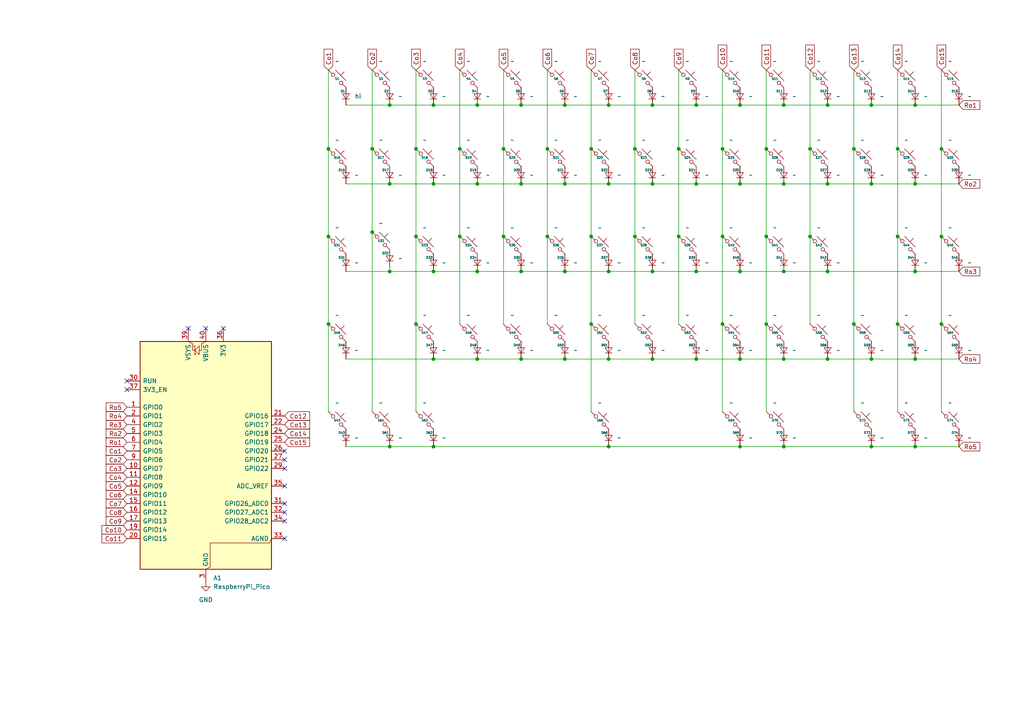
<source format=kicad_sch>
(kicad_sch (version 20250114) (generator "eeschema") (generator_version "9.0")
  (paper "A4")
  (lib_symbols
    (symbol "MCU_Module:RaspberryPi_Pico" (pin_names (offset 0.762))
      (property "Reference" "A" (at -19.05 35.56 0))
      (property "Value" "RaspberryPi_Pico" (at 7.62 35.56 0))
      (symbol "RaspberryPi_Pico_1_1"
        (pin passive line (at -22.86 22.86 0) (length 3.81) (name "RUN") (number "30"))
        (pin passive line (at -22.86 20.32 0) (length 3.81) (name "3V3_EN") (number "37"))
        (pin bidirectional line (at -22.86 15.24 0) (length 3.81) (name "GPIO0") (number "1"))
        (pin bidirectional line (at -22.86 12.7 0) (length 3.81) (name "GPIO1") (number "2"))
        (pin bidirectional line (at -22.86 10.16 0) (length 3.81) (name "GPIO2") (number "4"))
        (pin bidirectional line (at -22.86 7.62 0) (length 3.81) (name "GPIO3") (number "5"))
        (pin bidirectional line (at -22.86 5.08 0) (length 3.81) (name "GPIO4") (number "6"))
        (pin bidirectional line (at -22.86 2.54 0) (length 3.81) (name "GPIO5") (number "7"))
        (pin bidirectional line (at -22.86 0 0) (length 3.81) (name "GPIO6") (number "9"))
        (pin bidirectional line (at -22.86 -2.54 0) (length 3.81) (name "GPIO7") (number "10"))
        (pin bidirectional line (at -22.86 -5.08 0) (length 3.81) (name "GPIO8") (number "11"))
        (pin bidirectional line (at -22.86 -7.62 0) (length 3.81) (name "GPIO9") (number "12"))
        (pin bidirectional line (at -22.86 -10.16 0) (length 3.81) (name "GPIO10") (number "14"))
        (pin bidirectional line (at -22.86 -12.7 0) (length 3.81) (name "GPIO11") (number "15"))
        (pin bidirectional line (at -22.86 -15.24 0) (length 3.81) (name "GPIO12") (number "16"))
        (pin bidirectional line (at -22.86 -17.78 0) (length 3.81) (name "GPIO13") (number "17"))
        (pin bidirectional line (at -22.86 -20.32 0) (length 3.81) (name "GPIO14") (number "19"))
        (pin bidirectional line (at -22.86 -22.86 0) (length 3.81) (name "GPIO15") (number "20"))
        (pin power_in line (at -5.08 38.1 270) (length 3.81) (name "VSYS") (number "39"))
        (pin power_out line (at 0 38.1 270) (length 3.81) (name "VBUS") (number "40"))
        (pin passive line (at 0 -35.56 90) (length 3.81) (hide yes) (name "GND") (number "13"))
        (pin passive line (at 0 -35.56 90) (length 3.81) (hide yes) (name "GND") (number "18"))
        (pin passive line (at 0 -35.56 90) (length 3.81) (hide yes) (name "GND") (number "23"))
        (pin passive line (at 0 -35.56 90) (length 3.81) (hide yes) (name "GND") (number "28"))
        (pin power_out line (at 0 -35.56 90) (length 3.81) (name "GND") (number "3"))
        (pin passive line (at 0 -35.56 90) (length 3.81) (hide yes) (name "GND") (number "38"))
        (pin passive line (at 0 -35.56 90) (length 3.81) (hide yes) (name "GND") (number "8"))
        (pin power_out line (at 5.08 38.1 270) (length 3.81) (name "3V3") (number "36"))
        (pin bidirectional line (at 22.86 12.7 180) (length 3.81) (name "GPIO16") (number "21"))
        (pin bidirectional line (at 22.86 10.16 180) (length 3.81) (name "GPIO17") (number "22"))
        (pin bidirectional line (at 22.86 7.62 180) (length 3.81) (name "GPIO18") (number "24"))
        (pin bidirectional line (at 22.86 5.08 180) (length 3.81) (name "GPIO19") (number "25"))
        (pin bidirectional line (at 22.86 2.54 180) (length 3.81) (name "GPIO20") (number "26"))
        (pin bidirectional line (at 22.86 0 180) (length 3.81) (name "GPIO21") (number "27"))
        (pin bidirectional line (at 22.86 -2.54 180) (length 3.81) (name "GPIO22") (number "29"))
        (pin power_in line (at 22.86 -7.62 180) (length 3.81) (name "ADC_VREF") (number "35"))
        (pin bidirectional line (at 22.86 -12.7 180) (length 3.81) (name "GPIO26_ADC0") (number "31"))
        (pin bidirectional line (at 22.86 -15.24 180) (length 3.81) (name "GPIO27_ADC1") (number "32"))
        (pin bidirectional line (at 22.86 -17.78 180) (length 3.81) (name "GPIO28_ADC2") (number "34"))
        (pin power_out line (at 22.86 -22.86 180) (length 3.81) (name "AGND") (number "33"))
      )
    )
    (symbol "keebs:Placeholder_Diode" (pin_numbers (hide yes)) (pin_names (hide yes))
      (property "Reference" "D" (at -0.15 1.066 0))
      (symbol "Placeholder_Diode_1_1"
        (pin passive line (at 0 2.54 270) (length 1.778) (name "A") (number "2"))
        (pin passive line (at 0 -2.54 90) (length 1.778) (name "K") (number "1"))
      )
    )
    (symbol "keebs:Placeholder_Keyswitch" (pin_numbers (hide yes)) (pin_names (offset 1.016) (hide yes))
      (property "Reference" "S" (at 0 0 0))
      (symbol "Placeholder_Keyswitch_0_1"
        (pin passive line (at -2.54 2.54 0) (length 0) (name "1") (number "1"))
        (pin passive line (at 2.54 -2.54 180) (length 0) (name "2") (number "2"))
      )
    )
    (symbol "power:GND" (power) (pin_numbers (hide yes)) (pin_names (offset 0) (hide yes))
      (property "Value" "GND" (at 0 -3.81 0))
      (symbol "GND_1_1"
        (pin power_in line (at 0 0 270) (length 0) (name "~") (number "1"))
      )
    )
  )
  (junction (at 133.35 43.18))
  (junction (at 209.55 43.18))
  (junction (at 214.63 129.54))
  (junction (at 171.45 43.18))
  (junction (at 240.03 78.74))
  (junction (at 214.63 30.48))
  (junction (at 209.55 93.98))
  (junction (at 227.33 129.54))
  (junction (at 260.35 93.98))
  (junction (at 222.25 68.58))
  (junction (at 95.25 93.98))
  (junction (at 240.03 53.34))
  (junction (at 273.05 43.18))
  (junction (at 247.65 43.18))
  (junction (at 189.23 78.74))
  (junction (at 146.05 43.18))
  (junction (at 222.25 43.18))
  (junction (at 240.03 104.14))
  (junction (at 158.75 68.58))
  (junction (at 113.03 30.48))
  (junction (at 227.33 78.74))
  (junction (at 189.23 104.14))
  (junction (at 209.55 68.58))
  (junction (at 176.53 53.34))
  (junction (at 247.65 93.98))
  (junction (at 138.43 104.14))
  (junction (at 151.13 104.14))
  (junction (at 151.13 53.34))
  (junction (at 260.35 68.58))
  (junction (at 120.65 68.58))
  (junction (at 201.93 30.48))
  (junction (at 176.53 30.48))
  (junction (at 133.35 68.58))
  (junction (at 189.23 53.34))
  (junction (at 176.53 104.14))
  (junction (at 214.63 104.14))
  (junction (at 265.43 78.74))
  (junction (at 95.25 68.58))
  (junction (at 196.85 43.18))
  (junction (at 201.93 78.74))
  (junction (at 146.05 68.58))
  (junction (at 252.73 104.14))
  (junction (at 227.33 53.34))
  (junction (at 113.03 53.34))
  (junction (at 95.25 43.18))
  (junction (at 260.35 43.18))
  (junction (at 163.83 53.34))
  (junction (at 227.33 30.48))
  (junction (at 138.43 53.34))
  (junction (at 184.15 68.58))
  (junction (at 252.73 30.48))
  (junction (at 163.83 104.14))
  (junction (at 273.05 93.98))
  (junction (at 252.73 53.34))
  (junction (at 201.93 53.34))
  (junction (at 214.63 53.34))
  (junction (at 234.95 68.58))
  (junction (at 196.85 68.58))
  (junction (at 265.43 129.54))
  (junction (at 125.73 53.34))
  (junction (at 113.03 129.54))
  (junction (at 265.43 104.14))
  (junction (at 125.73 129.54))
  (junction (at 163.83 78.74))
  (junction (at 151.13 78.74))
  (junction (at 113.03 78.74))
  (junction (at 201.93 104.14))
  (junction (at 120.65 93.98))
  (junction (at 163.83 30.48))
  (junction (at 184.15 43.18))
  (junction (at 158.75 43.18))
  (junction (at 138.43 30.48))
  (junction (at 125.73 104.14))
  (junction (at 138.43 78.74))
  (junction (at 273.05 68.58))
  (junction (at 227.33 104.14))
  (junction (at 265.43 30.48))
  (junction (at 265.43 53.34))
  (junction (at 171.45 68.58))
  (junction (at 240.03 30.48))
  (junction (at 176.53 129.54))
  (junction (at 214.63 78.74))
  (junction (at 176.53 78.74))
  (junction (at 234.95 43.18))
  (junction (at 252.73 129.54))
  (junction (at 120.65 43.18))
  (junction (at 171.45 93.98))
  (junction (at 151.13 30.48))
  (junction (at 189.23 30.48))
  (junction (at 107.95 43.18))
  (junction (at 125.73 78.74))
  (junction (at 125.73 30.48))
  (junction (at 107.95 67.31))
  (junction (at 222.25 93.98))
  (no_connect (at 82.55 130.81))
  (no_connect (at 36.83 110.49))
  (no_connect (at 36.83 113.03))
  (no_connect (at 82.55 135.89))
  (no_connect (at 82.55 148.59))
  (no_connect (at 82.55 133.35))
  (no_connect (at 82.55 156.21))
  (no_connect (at 54.61 95.25))
  (no_connect (at 64.77 95.25))
  (no_connect (at 82.55 151.13))
  (no_connect (at 82.55 140.97))
  (no_connect (at 82.55 146.05))
  (no_connect (at 59.69 95.25))
  (wire (pts (xy 265.43 78.74) (xy 278.13 78.74)))
  (wire (pts (xy 176.53 104.14) (xy 189.23 104.14)))
  (wire (pts (xy 107.95 43.18) (xy 107.95 67.31)))
  (wire (pts (xy 222.25 68.58) (xy 222.25 93.98)))
  (wire (pts (xy 151.13 104.14) (xy 163.83 104.14)))
  (wire (pts (xy 120.65 43.18) (xy 120.65 68.58)))
  (wire (pts (xy 184.15 20.32) (xy 184.15 43.18)))
  (wire (pts (xy 146.05 20.32) (xy 146.05 43.18)))
  (wire (pts (xy 227.33 78.74) (xy 240.03 78.74)))
  (wire (pts (xy 214.63 129.54) (xy 227.33 129.54)))
  (wire (pts (xy 176.53 30.48) (xy 189.23 30.48)))
  (wire (pts (xy 209.55 93.98) (xy 209.55 119.38)))
  (wire (pts (xy 133.35 20.32) (xy 133.35 43.18)))
  (wire (pts (xy 146.05 68.58) (xy 146.05 93.98)))
  (wire (pts (xy 125.73 78.74) (xy 138.43 78.74)))
  (wire (pts (xy 133.35 43.18) (xy 133.35 68.58)))
  (wire (pts (xy 196.85 43.18) (xy 196.85 68.58)))
  (wire (pts (xy 227.33 30.48) (xy 240.03 30.48)))
  (wire (pts (xy 151.13 78.74) (xy 163.83 78.74)))
  (wire (pts (xy 125.73 129.54) (xy 176.53 129.54)))
  (wire (pts (xy 209.55 20.32) (xy 209.55 43.18)))
  (wire (pts (xy 133.35 68.58) (xy 133.35 93.98)))
  (wire (pts (xy 100.33 30.48) (xy 113.03 30.48)))
  (wire (pts (xy 234.95 20.32) (xy 234.95 43.18)))
  (wire (pts (xy 240.03 53.34) (xy 252.73 53.34)))
  (wire (pts (xy 138.43 53.34) (xy 151.13 53.34)))
  (wire (pts (xy 214.63 53.34) (xy 227.33 53.34)))
  (wire (pts (xy 100.33 78.74) (xy 113.03 78.74)))
  (wire (pts (xy 151.13 30.48) (xy 163.83 30.48)))
  (wire (pts (xy 163.83 30.48) (xy 176.53 30.48)))
  (wire (pts (xy 163.83 104.14) (xy 176.53 104.14)))
  (wire (pts (xy 100.33 104.14) (xy 125.73 104.14)))
  (wire (pts (xy 107.95 67.31) (xy 107.95 119.38)))
  (wire (pts (xy 120.65 20.32) (xy 120.65 43.18)))
  (wire (pts (xy 252.73 53.34) (xy 265.43 53.34)))
  (wire (pts (xy 227.33 53.34) (xy 240.03 53.34)))
  (wire (pts (xy 196.85 68.58) (xy 196.85 93.98)))
  (wire (pts (xy 209.55 68.58) (xy 209.55 93.98)))
  (wire (pts (xy 189.23 78.74) (xy 201.93 78.74)))
  (wire (pts (xy 201.93 53.34) (xy 214.63 53.34)))
  (wire (pts (xy 184.15 68.58) (xy 184.15 93.98)))
  (wire (pts (xy 184.15 43.18) (xy 184.15 68.58)))
  (wire (pts (xy 158.75 43.18) (xy 158.75 68.58)))
  (wire (pts (xy 201.93 30.48) (xy 214.63 30.48)))
  (wire (pts (xy 95.25 43.18) (xy 95.25 68.58)))
  (wire (pts (xy 189.23 53.34) (xy 201.93 53.34)))
  (wire (pts (xy 95.25 68.58) (xy 95.25 93.98)))
  (wire (pts (xy 171.45 43.18) (xy 171.45 68.58)))
  (wire (pts (xy 252.73 104.14) (xy 265.43 104.14)))
  (wire (pts (xy 260.35 43.18) (xy 260.35 68.58)))
  (wire (pts (xy 227.33 129.54) (xy 252.73 129.54)))
  (wire (pts (xy 189.23 30.48) (xy 201.93 30.48)))
  (wire (pts (xy 95.25 93.98) (xy 95.25 119.38)))
  (wire (pts (xy 214.63 78.74) (xy 227.33 78.74)))
  (wire (pts (xy 265.43 104.14) (xy 278.13 104.14)))
  (wire (pts (xy 260.35 93.98) (xy 260.35 119.38)))
  (wire (pts (xy 125.73 30.48) (xy 138.43 30.48)))
  (wire (pts (xy 100.33 53.34) (xy 113.03 53.34)))
  (wire (pts (xy 201.93 78.74) (xy 214.63 78.74)))
  (wire (pts (xy 240.03 104.14) (xy 252.73 104.14)))
  (wire (pts (xy 265.43 30.48) (xy 278.13 30.48)))
  (wire (pts (xy 113.03 53.34) (xy 125.73 53.34)))
  (wire (pts (xy 107.95 20.32) (xy 107.95 43.18)))
  (wire (pts (xy 120.65 68.58) (xy 120.65 93.98)))
  (wire (pts (xy 222.25 20.32) (xy 222.25 43.18)))
  (wire (pts (xy 163.83 53.34) (xy 176.53 53.34)))
  (wire (pts (xy 113.03 77.47) (xy 113.03 78.74)))
  (wire (pts (xy 260.35 68.58) (xy 260.35 93.98)))
  (wire (pts (xy 252.73 30.48) (xy 265.43 30.48)))
  (wire (pts (xy 260.35 20.32) (xy 260.35 43.18)))
  (wire (pts (xy 214.63 104.14) (xy 227.33 104.14)))
  (wire (pts (xy 209.55 43.18) (xy 209.55 68.58)))
  (wire (pts (xy 113.03 30.48) (xy 125.73 30.48)))
  (wire (pts (xy 125.73 53.34) (xy 138.43 53.34)))
  (wire (pts (xy 171.45 93.98) (xy 171.45 119.38)))
  (wire (pts (xy 247.65 20.32) (xy 247.65 43.18)))
  (wire (pts (xy 222.25 93.98) (xy 222.25 119.38)))
  (wire (pts (xy 273.05 20.32) (xy 273.05 43.18)))
  (wire (pts (xy 240.03 78.74) (xy 265.43 78.74)))
  (wire (pts (xy 265.43 53.34) (xy 278.13 53.34)))
  (wire (pts (xy 171.45 68.58) (xy 171.45 93.98)))
  (wire (pts (xy 273.05 93.98) (xy 273.05 119.38)))
  (wire (pts (xy 138.43 78.74) (xy 151.13 78.74)))
  (wire (pts (xy 176.53 53.34) (xy 189.23 53.34)))
  (wire (pts (xy 247.65 43.18) (xy 247.65 93.98)))
  (wire (pts (xy 234.95 68.58) (xy 234.95 93.98)))
  (wire (pts (xy 176.53 129.54) (xy 214.63 129.54)))
  (wire (pts (xy 151.13 53.34) (xy 163.83 53.34)))
  (wire (pts (xy 125.73 104.14) (xy 138.43 104.14)))
  (wire (pts (xy 273.05 68.58) (xy 273.05 93.98)))
  (wire (pts (xy 201.93 104.14) (xy 214.63 104.14)))
  (wire (pts (xy 138.43 30.48) (xy 151.13 30.48)))
  (wire (pts (xy 113.03 78.74) (xy 125.73 78.74)))
  (wire (pts (xy 214.63 30.48) (xy 227.33 30.48)))
  (wire (pts (xy 158.75 68.58) (xy 158.75 93.98)))
  (wire (pts (xy 95.25 20.32) (xy 95.25 43.18)))
  (wire (pts (xy 273.05 43.18) (xy 273.05 68.58)))
  (wire (pts (xy 163.83 78.74) (xy 176.53 78.74)))
  (wire (pts (xy 234.95 43.18) (xy 234.95 68.58)))
  (wire (pts (xy 113.03 129.54) (xy 125.73 129.54)))
  (wire (pts (xy 171.45 20.32) (xy 171.45 43.18)))
  (wire (pts (xy 138.43 104.14) (xy 151.13 104.14)))
  (wire (pts (xy 252.73 129.54) (xy 265.43 129.54)))
  (wire (pts (xy 189.23 104.14) (xy 201.93 104.14)))
  (wire (pts (xy 265.43 129.54) (xy 278.13 129.54)))
  (wire (pts (xy 227.33 104.14) (xy 240.03 104.14)))
  (wire (pts (xy 247.65 93.98) (xy 247.65 119.38)))
  (wire (pts (xy 120.65 93.98) (xy 120.65 119.38)))
  (wire (pts (xy 158.75 20.32) (xy 158.75 43.18)))
  (wire (pts (xy 100.33 129.54) (xy 113.03 129.54)))
  (wire (pts (xy 222.25 43.18) (xy 222.25 68.58)))
  (wire (pts (xy 146.05 43.18) (xy 146.05 68.58)))
  (wire (pts (xy 240.03 30.48) (xy 252.73 30.48)))
  (wire (pts (xy 196.85 20.32) (xy 196.85 43.18)))
  (wire (pts (xy 176.53 78.74) (xy 189.23 78.74)))
  (global_label "Ro3" (shape input) (at 36.83 123.19 180) (property "Intersheetrefs" "${INTERSHEET_REFS}" (effects (hide yes))))
  (global_label "Co3" (shape input) (at 120.65 20.32 90) (property "Intersheetrefs" "${INTERSHEET_REFS}" (effects (hide yes))))
  (global_label "Co13" (shape input) (at 82.55 123.19 0) (property "Intersheetrefs" "${INTERSHEET_REFS}" (effects (hide yes))))
  (global_label "Ro4" (shape input) (at 36.83 120.65 180) (property "Intersheetrefs" "${INTERSHEET_REFS}" (effects (hide yes))))
  (global_label "Co3" (shape input) (at 36.83 135.89 180) (property "Intersheetrefs" "${INTERSHEET_REFS}" (effects (hide yes))))
  (global_label "Co8" (shape input) (at 184.15 20.32 90) (property "Intersheetrefs" "${INTERSHEET_REFS}" (effects (hide yes))))
  (global_label "Co1" (shape input) (at 36.83 130.81 180) (property "Intersheetrefs" "${INTERSHEET_REFS}" (effects (hide yes))))
  (global_label "Ro2" (shape input) (at 36.83 125.73 180) (property "Intersheetrefs" "${INTERSHEET_REFS}" (effects (hide yes))))
  (global_label "Co5" (shape input) (at 36.83 140.97 180) (property "Intersheetrefs" "${INTERSHEET_REFS}" (effects (hide yes))))
  (global_label "Co4" (shape input) (at 36.83 138.43 180) (property "Intersheetrefs" "${INTERSHEET_REFS}" (effects (hide yes))))
  (global_label "Co13" (shape input) (at 247.65 20.32 90) (property "Intersheetrefs" "${INTERSHEET_REFS}" (effects (hide yes))))
  (global_label "Co9" (shape input) (at 36.83 151.13 180) (property "Intersheetrefs" "${INTERSHEET_REFS}" (effects (hide yes))))
  (global_label "Co1" (shape input) (at 95.25 20.32 90) (property "Intersheetrefs" "${INTERSHEET_REFS}" (effects (hide yes))))
  (global_label "Ro5" (shape input) (at 36.83 118.11 180) (property "Intersheetrefs" "${INTERSHEET_REFS}" (effects (hide yes))))
  (global_label "Co11" (shape input) (at 36.83 156.21 180) (property "Intersheetrefs" "${INTERSHEET_REFS}" (effects (hide yes))))
  (global_label "Co10" (shape input) (at 209.55 20.32 90) (property "Intersheetrefs" "${INTERSHEET_REFS}" (effects (hide yes))))
  (global_label "Co5" (shape input) (at 146.05 20.32 90) (property "Intersheetrefs" "${INTERSHEET_REFS}" (effects (hide yes))))
  (global_label "Ro5" (shape input) (at 278.13 129.54 0) (property "Intersheetrefs" "${INTERSHEET_REFS}" (effects (hide yes))))
  (global_label "Co7" (shape input) (at 36.83 146.05 180) (property "Intersheetrefs" "${INTERSHEET_REFS}" (effects (hide yes))))
  (global_label "Co14" (shape input) (at 82.55 125.73 0) (property "Intersheetrefs" "${INTERSHEET_REFS}" (effects (hide yes))))
  (global_label "Co7" (shape input) (at 171.45 20.32 90) (property "Intersheetrefs" "${INTERSHEET_REFS}" (effects (hide yes))))
  (global_label "Ro4" (shape input) (at 278.13 104.14 0) (property "Intersheetrefs" "${INTERSHEET_REFS}" (effects (hide yes))))
  (global_label "Co2" (shape input) (at 107.95 20.32 90) (property "Intersheetrefs" "${INTERSHEET_REFS}" (effects (hide yes))))
  (global_label "Co11" (shape input) (at 222.25 20.32 90) (property "Intersheetrefs" "${INTERSHEET_REFS}" (effects (hide yes))))
  (global_label "Co2" (shape input) (at 36.83 133.35 180) (property "Intersheetrefs" "${INTERSHEET_REFS}" (effects (hide yes))))
  (global_label "Ro2" (shape input) (at 278.13 53.34 0) (property "Intersheetrefs" "${INTERSHEET_REFS}" (effects (hide yes))))
  (global_label "Co9" (shape input) (at 196.85 20.32 90) (property "Intersheetrefs" "${INTERSHEET_REFS}" (effects (hide yes))))
  (global_label "Ro1" (shape input) (at 36.83 128.27 180) (property "Intersheetrefs" "${INTERSHEET_REFS}" (effects (hide yes))))
  (global_label "Co6" (shape input) (at 158.75 20.32 90) (property "Intersheetrefs" "${INTERSHEET_REFS}" (effects (hide yes))))
  (global_label "Co15" (shape input) (at 273.05 20.32 90) (property "Intersheetrefs" "${INTERSHEET_REFS}" (effects (hide yes))))
  (global_label "Co6" (shape input) (at 36.83 143.51 180) (property "Intersheetrefs" "${INTERSHEET_REFS}" (effects (hide yes))))
  (global_label "Co15" (shape input) (at 82.55 128.27 0) (property "Intersheetrefs" "${INTERSHEET_REFS}" (effects (hide yes))))
  (global_label "Co4" (shape input) (at 133.35 20.32 90) (property "Intersheetrefs" "${INTERSHEET_REFS}" (effects (hide yes))))
  (global_label "Co14" (shape input) (at 260.35 20.32 90) (property "Intersheetrefs" "${INTERSHEET_REFS}" (effects (hide yes))))
  (global_label "Ro1" (shape input) (at 278.13 30.48 0) (property "Intersheetrefs" "${INTERSHEET_REFS}" (effects (hide yes))))
  (global_label "Co12" (shape input) (at 82.55 120.65 0) (property "Intersheetrefs" "${INTERSHEET_REFS}" (effects (hide yes))))
  (global_label "Ro3" (shape input) (at 278.13 78.74 0) (property "Intersheetrefs" "${INTERSHEET_REFS}" (effects (hide yes))))
  (global_label "Co10" (shape input) (at 36.83 153.67 180) (property "Intersheetrefs" "${INTERSHEET_REFS}" (effects (hide yes))))
  (global_label "Co12" (shape input) (at 234.95 20.32 90) (property "Intersheetrefs" "${INTERSHEET_REFS}" (effects (hide yes))))
  (global_label "Co8" (shape input) (at 36.83 148.59 180) (property "Intersheetrefs" "${INTERSHEET_REFS}" (effects (hide yes))))
  (symbol (lib_id "keebs:Placeholder_Keyswitch") (at 275.59 121.92 0) (unit 1)
    (property "Reference" "S74" (at 275.59 121.92 0) (effects (font (size 0.635 0.635) (thickness 0.127) (bold yes))))
    (property "Value" "~" (at 275.59 116.84 0))
    (property "Footprint" "ScottoKeebs_MX:MX_PCB_1.00u" (effects (hide yes)))
  )
  (symbol (lib_id "keebs:Placeholder_Keyswitch") (at 97.79 71.12 0) (unit 1)
    (property "Reference" "S31" (at 97.79 71.12 0) (effects (font (size 0.635 0.635) (thickness 0.127) (bold yes))))
    (property "Value" "~" (at 97.79 66.04 0))
    (property "Footprint" "ScottoKeebs_MX:MX_PCB_1.00u" (effects (hide yes)))
  )
  (symbol (lib_id "keebs:Placeholder_Keyswitch") (at 250.19 45.72 0) (unit 1)
    (property "Reference" "S28" (at 250.19 45.72 0) (effects (font (size 0.635 0.635) (thickness 0.127) (bold yes))))
    (property "Value" "~" (at 250.19 40.64 0))
    (property "Footprint" "ScottoKeebs_MX:MX_PCB_1.00u" (effects (hide yes)))
  )
  (symbol (lib_id "keebs:Placeholder_Keyswitch") (at 199.39 22.86 0) (unit 1)
    (property "Reference" "S9" (at 199.39 22.86 0) (effects (font (size 0.635 0.635) (thickness 0.127) (bold yes))))
    (property "Value" "~" (at 199.39 17.78 0))
    (property "Footprint" "ScottoKeebs_MX:MX_PCB_1.00u" (effects (hide yes)))
  )
  (symbol (lib_id "keebs:Placeholder_Diode") (at 265.43 101.6 0) (unit 1)
    (property "Reference" "D59" (at 265.28 100.534 0) (effects (font (size 0.635 0.635) (thickness 0.127) (bold yes)) (justify right bottom)))
    (property "Value" "~" (at 267.97 101.5999 0) (effects (justify left)))
    (property "Footprint" "ScottoKeebs_Components:Diode_DO-35" (effects (hide yes)))
  )
  (symbol (lib_id "keebs:Placeholder_Keyswitch") (at 250.19 121.92 0) (unit 1)
    (property "Reference" "S72" (at 250.19 121.92 0) (effects (font (size 0.635 0.635) (thickness 0.127) (bold yes))))
    (property "Value" "~" (at 250.19 116.84 0))
    (property "Footprint" "ScottoKeebs_MX:MX_PCB_1.00u" (effects (hide yes)))
  )
  (symbol (lib_id "keebs:Placeholder_Keyswitch") (at 237.49 71.12 0) (unit 1)
    (property "Reference" "S42" (at 237.49 71.12 0) (effects (font (size 0.635 0.635) (thickness 0.127) (bold yes))))
    (property "Value" "~" (at 237.49 66.04 0))
    (property "Footprint" "ScottoKeebs_MX:MX_PCB_1.00u" (effects (hide yes)))
  )
  (symbol (lib_id "keebs:Placeholder_Diode") (at 138.43 101.6 0) (unit 1)
    (property "Reference" "D48" (at 138.28 100.534 0) (effects (font (size 0.635 0.635) (thickness 0.127) (bold yes)) (justify right bottom)))
    (property "Value" "~" (at 140.97 101.5999 0) (effects (justify left)))
    (property "Footprint" "ScottoKeebs_Components:Diode_DO-35" (effects (hide yes)))
  )
  (symbol (lib_id "keebs:Placeholder_Keyswitch") (at 186.69 45.72 0) (unit 1)
    (property "Reference" "S23" (at 186.69 45.72 0) (effects (font (size 0.635 0.635) (thickness 0.127) (bold yes))))
    (property "Value" "~" (at 186.69 40.64 0))
    (property "Footprint" "ScottoKeebs_MX:MX_PCB_1.00u" (effects (hide yes)))
  )
  (symbol (lib_id "keebs:Placeholder_Keyswitch") (at 110.49 121.92 0) (unit 1)
    (property "Reference" "S61" (at 110.49 121.92 0) (effects (font (size 0.635 0.635) (thickness 0.127) (bold yes))))
    (property "Value" "~" (at 110.49 116.84 0))
    (property "Footprint" "ScottoKeebs_MX:MX_PCB_1.00u" (effects (hide yes)))
  )
  (symbol (lib_id "keebs:Placeholder_Keyswitch") (at 250.19 96.52 0) (unit 1)
    (property "Reference" "S58" (at 250.19 96.52 0) (effects (font (size 0.635 0.635) (thickness 0.127) (bold yes))))
    (property "Value" "~" (at 250.19 91.44 0))
    (property "Footprint" "ScottoKeebs_MX:MX_PCB_1.00u" (effects (hide yes)))
  )
  (symbol (lib_id "keebs:Placeholder_Diode") (at 151.13 76.2 0) (unit 1)
    (property "Reference" "D35" (at 150.98 75.134 0) (effects (font (size 0.635 0.635) (thickness 0.127) (bold yes)) (justify right bottom)))
    (property "Value" "~" (at 153.67 76.1999 0) (effects (justify left)))
    (property "Footprint" "ScottoKeebs_Components:Diode_DO-35" (effects (hide yes)))
  )
  (symbol (lib_id "keebs:Placeholder_Keyswitch") (at 224.79 121.92 0) (unit 1)
    (property "Reference" "S70" (at 224.79 121.92 0) (effects (font (size 0.635 0.635) (thickness 0.127) (bold yes))))
    (property "Value" "~" (at 224.79 116.84 0))
    (property "Footprint" "ScottoKeebs_MX:MX_PCB_1.00u" (effects (hide yes)))
  )
  (symbol (lib_id "keebs:Placeholder_Diode") (at 100.33 127 0) (unit 1)
    (property "Reference" "D43" (at 100.18 125.934 0) (effects (font (size 0.635 0.635) (thickness 0.127) (bold yes)) (justify right bottom)))
    (property "Value" "~" (at 102.87 126.9999 0) (effects (justify left)))
    (property "Footprint" "ScottoKeebs_Components:Diode_DO-35" (effects (hide yes)))
  )
  (symbol (lib_id "keebs:Placeholder_Diode") (at 252.73 50.8 0) (unit 1)
    (property "Reference" "D28" (at 252.58 49.734 0) (effects (font (size 0.635 0.635) (thickness 0.127) (bold yes)) (justify right bottom)))
    (property "Value" "~" (at 255.27 50.7999 0) (effects (justify left)))
    (property "Footprint" "ScottoKeebs_Components:Diode_DO-35" (effects (hide yes)))
  )
  (symbol (lib_id "keebs:Placeholder_Keyswitch") (at 275.59 96.52 0) (unit 1)
    (property "Reference" "S60" (at 275.59 96.52 0) (effects (font (size 0.635 0.635) (thickness 0.127) (bold yes))))
    (property "Value" "~" (at 275.59 91.44 0))
    (property "Footprint" "ScottoKeebs_MX:MX_PCB_1.00u" (effects (hide yes)))
  )
  (symbol (lib_id "keebs:Placeholder_Keyswitch") (at 97.79 22.86 0) (unit 1)
    (property "Reference" "S1" (at 97.79 22.86 0) (effects (font (size 0.635 0.635) (thickness 0.127) (bold yes))))
    (property "Value" "~" (at 97.79 17.78 0))
    (property "Footprint" "ScottoKeebs_MX:MX_PCB_1.00u" (effects (hide yes)))
  )
  (symbol (lib_id "keebs:Placeholder_Keyswitch") (at 237.49 96.52 0) (unit 1)
    (property "Reference" "S56" (at 237.49 96.52 0) (effects (font (size 0.635 0.635) (thickness 0.127) (bold yes))))
    (property "Value" "~" (at 237.49 91.44 0))
    (property "Footprint" "ScottoKeebs_MX:MX_PCB_1.00u" (effects (hide yes)))
  )
  (symbol (lib_id "keebs:Placeholder_Diode") (at 138.43 50.8 0) (unit 1)
    (property "Reference" "D19" (at 138.28 49.734 0) (effects (font (size 0.635 0.635) (thickness 0.127) (bold yes)) (justify right bottom)))
    (property "Value" "~" (at 140.97 50.7999 0) (effects (justify left)))
    (property "Footprint" "ScottoKeebs_Components:Diode_DO-35" (effects (hide yes)))
  )
  (symbol (lib_id "keebs:Placeholder_Keyswitch") (at 199.39 96.52 0) (unit 1)
    (property "Reference" "S53" (at 199.39 96.52 0) (effects (font (size 0.635 0.635) (thickness 0.127) (bold yes))))
    (property "Value" "~" (at 199.39 91.44 0))
    (property "Footprint" "ScottoKeebs_MX:MX_PCB_1.00u" (effects (hide yes)))
  )
  (symbol (lib_id "keebs:Placeholder_Diode") (at 240.03 101.6 0) (unit 1)
    (property "Reference" "D56" (at 239.88 100.534 0) (effects (font (size 0.635 0.635) (thickness 0.127) (bold yes)) (justify right bottom)))
    (property "Value" "~" (at 242.57 101.5999 0) (effects (justify left)))
    (property "Footprint" "ScottoKeebs_Components:Diode_DO-35" (effects (hide yes)))
  )
  (symbol (lib_id "keebs:Placeholder_Diode") (at 163.83 76.2 0) (unit 1)
    (property "Reference" "D36" (at 163.68 75.134 0) (effects (font (size 0.635 0.635) (thickness 0.127) (bold yes)) (justify right bottom)))
    (property "Value" "~" (at 166.37 76.1999 0) (effects (justify left)))
    (property "Footprint" "ScottoKeebs_Components:Diode_DO-35" (effects (hide yes)))
  )
  (symbol (lib_id "keebs:Placeholder_Diode") (at 176.53 127 0) (unit 1)
    (property "Reference" "D66" (at 176.38 125.934 0) (effects (font (size 0.635 0.635) (thickness 0.127) (bold yes)) (justify right bottom)))
    (property "Value" "~" (at 179.07 126.9999 0) (effects (justify left)))
    (property "Footprint" "ScottoKeebs_Components:Diode_DO-35" (effects (hide yes)))
  )
  (symbol (lib_id "keebs:Placeholder_Diode") (at 252.73 101.6 0) (unit 1)
    (property "Reference" "D58" (at 252.58 100.534 0) (effects (font (size 0.635 0.635) (thickness 0.127) (bold yes)) (justify right bottom)))
    (property "Value" "~" (at 255.27 101.5999 0) (effects (justify left)))
    (property "Footprint" "ScottoKeebs_Components:Diode_DO-35" (effects (hide yes)))
  )
  (symbol (lib_id "keebs:Placeholder_Diode") (at 113.03 127 0) (unit 1)
    (property "Reference" "D61" (at 112.88 125.934 0) (effects (font (size 0.635 0.635) (thickness 0.127) (bold yes)) (justify right bottom)))
    (property "Value" "~" (at 115.57 126.9999 0) (effects (justify left)))
    (property "Footprint" "ScottoKeebs_Components:Diode_DO-35" (effects (hide yes)))
  )
  (symbol (lib_id "keebs:Placeholder_Diode") (at 265.43 27.94 0) (unit 1)
    (property "Reference" "D14" (at 265.28 26.874 0) (effects (font (size 0.635 0.635) (thickness 0.127) (bold yes)) (justify right bottom)))
    (property "Value" "~" (at 267.97 27.9399 0) (effects (justify left)))
    (property "Footprint" "ScottoKeebs_Components:Diode_DO-35" (effects (hide yes)))
  )
  (symbol (lib_id "keebs:Placeholder_Diode") (at 163.83 27.94 0) (unit 1)
    (property "Reference" "D6" (at 163.68 26.874 0) (effects (font (size 0.635 0.635) (thickness 0.127) (bold yes)) (justify right bottom)))
    (property "Value" "~" (at 166.37 27.9399 0) (effects (justify left)))
    (property "Footprint" "ScottoKeebs_Components:Diode_DO-35" (effects (hide yes)))
  )
  (symbol (lib_id "keebs:Placeholder_Keyswitch") (at 161.29 22.86 0) (unit 1)
    (property "Reference" "S6" (at 161.29 22.86 0) (effects (font (size 0.635 0.635) (thickness 0.127) (bold yes))))
    (property "Value" "~" (at 161.29 17.78 0))
    (property "Footprint" "ScottoKeebs_MX:MX_PCB_1.00u" (effects (hide yes)))
  )
  (symbol (lib_id "keebs:Placeholder_Keyswitch") (at 97.79 96.52 0) (unit 1)
    (property "Reference" "S46" (at 97.79 96.52 0) (effects (font (size 0.635 0.635) (thickness 0.127) (bold yes))))
    (property "Value" "~" (at 97.79 91.44 0))
    (property "Footprint" "ScottoKeebs_MX:MX_PCB_1.00u" (effects (hide yes)))
  )
  (symbol (lib_id "keebs:Placeholder_Diode") (at 113.03 27.94 0) (unit 1)
    (property "Reference" "D2" (at 112.88 26.874 0) (effects (font (size 0.635 0.635) (thickness 0.127) (bold yes)) (justify right bottom)))
    (property "Value" "~" (at 115.57 27.9399 0) (effects (justify left)))
    (property "Footprint" "ScottoKeebs_Components:Diode_DO-35" (effects (hide yes)))
  )
  (symbol (lib_id "keebs:Placeholder_Diode") (at 278.13 101.6 0) (unit 1)
    (property "Reference" "D60" (at 277.98 100.534 0) (effects (font (size 0.635 0.635) (thickness 0.127) (bold yes)) (justify right bottom)))
    (property "Value" "~" (at 280.67 101.5999 0) (effects (justify left)))
    (property "Footprint" "ScottoKeebs_Components:Diode_DO-35" (effects (hide yes)))
  )
  (symbol (lib_id "keebs:Placeholder_Diode") (at 227.33 101.6 0) (unit 1)
    (property "Reference" "D55" (at 227.18 100.534 0) (effects (font (size 0.635 0.635) (thickness 0.127) (bold yes)) (justify right bottom)))
    (property "Value" "~" (at 229.87 101.5999 0) (effects (justify left)))
    (property "Footprint" "ScottoKeebs_Components:Diode_DO-35" (effects (hide yes)))
  )
  (symbol (lib_id "keebs:Placeholder_Diode") (at 214.63 127 0) (unit 1)
    (property "Reference" "D69" (at 214.48 125.934 0) (effects (font (size 0.635 0.635) (thickness 0.127) (bold yes)) (justify right bottom)))
    (property "Value" "~" (at 217.17 126.9999 0) (effects (justify left)))
    (property "Footprint" "ScottoKeebs_Components:Diode_DO-35" (effects (hide yes)))
  )
  (symbol (lib_id "keebs:Placeholder_Keyswitch") (at 186.69 96.52 0) (unit 1)
    (property "Reference" "S52" (at 186.69 96.52 0) (effects (font (size 0.635 0.635) (thickness 0.127) (bold yes))))
    (property "Value" "~" (at 186.69 91.44 0))
    (property "Footprint" "ScottoKeebs_MX:MX_PCB_1.00u" (effects (hide yes)))
  )
  (symbol (lib_id "keebs:Placeholder_Diode") (at 240.03 76.2 0) (unit 1)
    (property "Reference" "D42" (at 239.88 75.134 0) (effects (font (size 0.635 0.635) (thickness 0.127) (bold yes)) (justify right bottom)))
    (property "Value" "~" (at 242.57 76.1999 0) (effects (justify left)))
    (property "Footprint" "ScottoKeebs_Components:Diode_DO-35" (effects (hide yes)))
  )
  (symbol (lib_id "keebs:Placeholder_Diode") (at 113.03 74.93 0) (unit 1)
    (property "Reference" "D32" (at 112.88 73.864 0) (effects (font (size 0.635 0.635) (thickness 0.127) (bold yes)) (justify right bottom)))
    (property "Value" "~" (at 115.57 74.9299 0) (effects (justify left)))
    (property "Footprint" "ScottoKeebs_Components:Diode_DO-35" (effects (hide yes)))
  )
  (symbol (lib_id "keebs:Placeholder_Keyswitch") (at 262.89 96.52 0) (unit 1)
    (property "Reference" "S59" (at 262.89 96.52 0) (effects (font (size 0.635 0.635) (thickness 0.127) (bold yes))))
    (property "Value" "~" (at 262.89 91.44 0))
    (property "Footprint" "ScottoKeebs_MX:MX_PCB_1.00u" (effects (hide yes)))
  )
  (symbol (lib_id "keebs:Placeholder_Diode") (at 201.93 27.94 0) (unit 1)
    (property "Reference" "D9" (at 201.78 26.874 0) (effects (font (size 0.635 0.635) (thickness 0.127) (bold yes)) (justify right bottom)))
    (property "Value" "~" (at 204.47 27.9399 0) (effects (justify left)))
    (property "Footprint" "ScottoKeebs_Components:Diode_DO-35" (effects (hide yes)))
  )
  (symbol (lib_id "keebs:Placeholder_Diode") (at 176.53 101.6 0) (unit 1)
    (property "Reference" "D51" (at 176.38 100.534 0) (effects (font (size 0.635 0.635) (thickness 0.127) (bold yes)) (justify right bottom)))
    (property "Value" "~" (at 179.07 101.5999 0) (effects (justify left)))
    (property "Footprint" "ScottoKeebs_Components:Diode_DO-35" (effects (hide yes)))
  )
  (symbol (lib_id "keebs:Placeholder_Keyswitch") (at 250.19 22.86 0) (unit 1)
    (property "Reference" "S13" (at 250.19 22.86 0) (effects (font (size 0.635 0.635) (thickness 0.127) (bold yes))))
    (property "Value" "~" (at 250.19 17.78 0))
    (property "Footprint" "ScottoKeebs_MX:MX_PCB_1.00u" (effects (hide yes)))
  )
  (symbol (lib_id "keebs:Placeholder_Keyswitch") (at 212.09 45.72 0) (unit 1)
    (property "Reference" "S25" (at 212.09 45.72 0) (effects (font (size 0.635 0.635) (thickness 0.127) (bold yes))))
    (property "Value" "~" (at 212.09 40.64 0))
    (property "Footprint" "ScottoKeebs_MX:MX_PCB_1.00u" (effects (hide yes)))
  )
  (symbol (lib_id "keebs:Placeholder_Keyswitch") (at 135.89 22.86 0) (unit 1)
    (property "Reference" "S4" (at 135.89 22.86 0) (effects (font (size 0.635 0.635) (thickness 0.127) (bold yes))))
    (property "Value" "~" (at 135.89 17.78 0))
    (property "Footprint" "ScottoKeebs_MX:MX_PCB_1.00u" (effects (hide yes)))
  )
  (symbol (lib_id "keebs:Placeholder_Keyswitch") (at 148.59 22.86 0) (unit 1)
    (property "Reference" "S5" (at 148.59 22.86 0) (effects (font (size 0.635 0.635) (thickness 0.127) (bold yes))))
    (property "Value" "~" (at 148.59 17.78 0))
    (property "Footprint" "ScottoKeebs_MX:MX_PCB_1.00u" (effects (hide yes)))
  )
  (symbol (lib_id "keebs:Placeholder_Diode") (at 138.43 76.2 0) (unit 1)
    (property "Reference" "D34" (at 138.28 75.134 0) (effects (font (size 0.635 0.635) (thickness 0.127) (bold yes)) (justify right bottom)))
    (property "Value" "~" (at 140.97 76.1999 0) (effects (justify left)))
    (property "Footprint" "ScottoKeebs_Components:Diode_DO-35" (effects (hide yes)))
  )
  (symbol (lib_id "keebs:Placeholder_Diode") (at 151.13 101.6 0) (unit 1)
    (property "Reference" "D49" (at 150.98 100.534 0) (effects (font (size 0.635 0.635) (thickness 0.127) (bold yes)) (justify right bottom)))
    (property "Value" "~" (at 153.67 101.5999 0) (effects (justify left)))
    (property "Footprint" "ScottoKeebs_Components:Diode_DO-35" (effects (hide yes)))
  )
  (symbol (lib_id "keebs:Placeholder_Diode") (at 138.43 27.94 0) (unit 1)
    (property "Reference" "D4" (at 138.28 26.874 0) (effects (font (size 0.635 0.635) (thickness 0.127) (bold yes)) (justify right bottom)))
    (property "Value" "~" (at 140.97 27.9399 0) (effects (justify left)))
    (property "Footprint" "ScottoKeebs_Components:Diode_DO-35" (effects (hide yes)))
  )
  (symbol (lib_id "keebs:Placeholder_Diode") (at 278.13 27.94 0) (unit 1)
    (property "Reference" "D15" (at 277.98 26.874 0) (effects (font (size 0.635 0.635) (thickness 0.127) (bold yes)) (justify right bottom)))
    (property "Value" "~" (at 280.67 27.9399 0) (effects (justify left)))
    (property "Footprint" "ScottoKeebs_Components:Diode_DO-35" (effects (hide yes)))
  )
  (symbol (lib_id "keebs:Placeholder_Diode") (at 265.43 50.8 0) (unit 1)
    (property "Reference" "D29" (at 265.28 49.734 0) (effects (font (size 0.635 0.635) (thickness 0.127) (bold yes)) (justify right bottom)))
    (property "Value" "~" (at 267.97 50.7999 0) (effects (justify left)))
    (property "Footprint" "ScottoKeebs_Components:Diode_DO-35" (effects (hide yes)))
  )
  (symbol (lib_id "keebs:Placeholder_Keyswitch") (at 110.49 45.72 0) (unit 1)
    (property "Reference" "S17" (at 110.49 45.72 0) (effects (font (size 0.635 0.635) (thickness 0.127) (bold yes))))
    (property "Value" "~" (at 110.49 40.64 0))
    (property "Footprint" "ScottoKeebs_MX:MX_PCB_1.00u" (effects (hide yes)))
  )
  (symbol (lib_id "keebs:Placeholder_Keyswitch") (at 262.89 121.92 0) (unit 1)
    (property "Reference" "S73" (at 262.89 121.92 0) (effects (font (size 0.635 0.635) (thickness 0.127) (bold yes))))
    (property "Value" "~" (at 262.89 116.84 0))
    (property "Footprint" "ScottoKeebs_MX:MX_PCB_1.00u" (effects (hide yes)))
  )
  (symbol (lib_id "keebs:Placeholder_Keyswitch") (at 262.89 22.86 0) (unit 1)
    (property "Reference" "S14" (at 262.89 22.86 0) (effects (font (size 0.635 0.635) (thickness 0.127) (bold yes))))
    (property "Value" "~" (at 262.89 17.78 0))
    (property "Footprint" "ScottoKeebs_MX:MX_PCB_1.00u" (effects (hide yes)))
  )
  (symbol (lib_id "keebs:Placeholder_Diode") (at 214.63 76.2 0) (unit 1)
    (property "Reference" "D40" (at 214.48 75.134 0) (effects (font (size 0.635 0.635) (thickness 0.127) (bold yes)) (justify right bottom)))
    (property "Value" "~" (at 217.17 76.1999 0) (effects (justify left)))
    (property "Footprint" "ScottoKeebs_Components:Diode_DO-35" (effects (hide yes)))
  )
  (symbol (lib_id "keebs:Placeholder_Diode") (at 227.33 50.8 0) (unit 1)
    (property "Reference" "D26" (at 227.18 49.734 0) (effects (font (size 0.635 0.635) (thickness 0.127) (bold yes)) (justify right bottom)))
    (property "Value" "~" (at 229.87 50.7999 0) (effects (justify left)))
    (property "Footprint" "ScottoKeebs_Components:Diode_DO-35" (effects (hide yes)))
  )
  (symbol (lib_id "keebs:Placeholder_Keyswitch") (at 173.99 45.72 0) (unit 1)
    (property "Reference" "S22" (at 173.99 45.72 0) (effects (font (size 0.635 0.635) (thickness 0.127) (bold yes))))
    (property "Value" "~" (at 173.99 40.64 0))
    (property "Footprint" "ScottoKeebs_MX:MX_PCB_1.00u" (effects (hide yes)))
  )
  (symbol (lib_id "keebs:Placeholder_Keyswitch") (at 123.19 71.12 0) (unit 1)
    (property "Reference" "S33" (at 123.19 71.12 0) (effects (font (size 0.635 0.635) (thickness 0.127) (bold yes))))
    (property "Value" "~" (at 123.19 66.04 0))
    (property "Footprint" "ScottoKeebs_MX:MX_PCB_1.00u" (effects (hide yes)))
  )
  (symbol (lib_id "keebs:Placeholder_Keyswitch") (at 186.69 71.12 0) (unit 1)
    (property "Reference" "S38" (at 186.69 71.12 0) (effects (font (size 0.635 0.635) (thickness 0.127) (bold yes))))
    (property "Value" "~" (at 186.69 66.04 0))
    (property "Footprint" "ScottoKeebs_MX:MX_PCB_1.00u" (effects (hide yes)))
  )
  (symbol (lib_id "keebs:Placeholder_Keyswitch") (at 186.69 22.86 0) (unit 1)
    (property "Reference" "S8" (at 186.69 22.86 0) (effects (font (size 0.635 0.635) (thickness 0.127) (bold yes))))
    (property "Value" "~" (at 186.69 17.78 0))
    (property "Footprint" "ScottoKeebs_MX:MX_PCB_1.00u" (effects (hide yes)))
  )
  (symbol (lib_id "keebs:Placeholder_Diode") (at 227.33 127 0) (unit 1)
    (property "Reference" "D70" (at 227.18 125.934 0) (effects (font (size 0.635 0.635) (thickness 0.127) (bold yes)) (justify right bottom)))
    (property "Value" "~" (at 229.87 126.9999 0) (effects (justify left)))
    (property "Footprint" "ScottoKeebs_Components:Diode_DO-35" (effects (hide yes)))
  )
  (symbol (lib_id "keebs:Placeholder_Diode") (at 125.73 127 0) (unit 1)
    (property "Reference" "D62" (at 125.58 125.934 0) (effects (font (size 0.635 0.635) (thickness 0.127) (bold yes)) (justify right bottom)))
    (property "Value" "~" (at 128.27 126.9999 0) (effects (justify left)))
    (property "Footprint" "ScottoKeebs_Components:Diode_DO-35" (effects (hide yes)))
  )
  (symbol (lib_id "keebs:Placeholder_Diode") (at 100.33 50.8 0) (unit 1)
    (property "Reference" "D16" (at 100.18 49.734 0) (effects (font (size 0.635 0.635) (thickness 0.127) (bold yes)) (justify right bottom)))
    (property "Value" "~" (at 102.87 50.7999 0) (effects (justify left)))
    (property "Footprint" "ScottoKeebs_Components:Diode_DO-35" (effects (hide yes)))
  )
  (symbol (lib_id "keebs:Placeholder_Keyswitch") (at 123.19 45.72 0) (unit 1)
    (property "Reference" "S18" (at 123.19 45.72 0) (effects (font (size 0.635 0.635) (thickness 0.127) (bold yes))))
    (property "Value" "~" (at 123.19 40.64 0))
    (property "Footprint" "ScottoKeebs_MX:MX_PCB_1.00u" (effects (hide yes)))
  )
  (symbol (lib_id "keebs:Placeholder_Keyswitch") (at 212.09 96.52 0) (unit 1)
    (property "Reference" "S54" (at 212.09 96.52 0) (effects (font (size 0.635 0.635) (thickness 0.127) (bold yes))))
    (property "Value" "~" (at 212.09 91.44 0))
    (property "Footprint" "ScottoKeebs_MX:MX_PCB_1.00u" (effects (hide yes)))
  )
  (symbol (lib_id "keebs:Placeholder_Diode") (at 125.73 76.2 0) (unit 1)
    (property "Reference" "D33" (at 125.58 75.134 0) (effects (font (size 0.635 0.635) (thickness 0.127) (bold yes)) (justify right bottom)))
    (property "Value" "~" (at 128.27 76.1999 0) (effects (justify left)))
    (property "Footprint" "ScottoKeebs_Components:Diode_DO-35" (effects (hide yes)))
  )
  (symbol (lib_id "keebs:Placeholder_Keyswitch") (at 135.89 45.72 0) (unit 1)
    (property "Reference" "S19" (at 135.89 45.72 0) (effects (font (size 0.635 0.635) (thickness 0.127) (bold yes))))
    (property "Value" "~" (at 135.89 40.64 0))
    (property "Footprint" "ScottoKeebs_MX:MX_PCB_1.00u" (effects (hide yes)))
  )
  (symbol (lib_id "keebs:Placeholder_Keyswitch") (at 212.09 71.12 0) (unit 1)
    (property "Reference" "S40" (at 212.09 71.12 0) (effects (font (size 0.635 0.635) (thickness 0.127) (bold yes))))
    (property "Value" "~" (at 212.09 66.04 0))
    (property "Footprint" "ScottoKeebs_MX:MX_PCB_1.00u" (effects (hide yes)))
  )
  (symbol (lib_id "keebs:Placeholder_Diode") (at 240.03 50.8 0) (unit 1)
    (property "Reference" "D27" (at 239.88 49.734 0) (effects (font (size 0.635 0.635) (thickness 0.127) (bold yes)) (justify right bottom)))
    (property "Value" "~" (at 242.57 50.7999 0) (effects (justify left)))
    (property "Footprint" "ScottoKeebs_Components:Diode_DO-35" (effects (hide yes)))
  )
  (symbol (lib_id "keebs:Placeholder_Keyswitch") (at 262.89 45.72 0) (unit 1)
    (property "Reference" "S29" (at 262.89 45.72 0) (effects (font (size 0.635 0.635) (thickness 0.127) (bold yes))))
    (property "Value" "~" (at 262.89 40.64 0))
    (property "Footprint" "ScottoKeebs_MX:MX_PCB_1.00u" (effects (hide yes)))
  )
  (symbol (lib_id "keebs:Placeholder_Keyswitch") (at 161.29 71.12 0) (unit 1)
    (property "Reference" "S36" (at 161.29 71.12 0) (effects (font (size 0.635 0.635) (thickness 0.127) (bold yes))))
    (property "Value" "~" (at 161.29 66.04 0))
    (property "Footprint" "ScottoKeebs_MX:MX_PCB_1.00u" (effects (hide yes)))
  )
  (symbol (lib_id "keebs:Placeholder_Diode") (at 214.63 27.94 0) (unit 1)
    (property "Reference" "D10" (at 214.48 26.874 0) (effects (font (size 0.635 0.635) (thickness 0.127) (bold yes)) (justify right bottom)))
    (property "Value" "~" (at 217.17 27.9399 0) (effects (justify left)))
    (property "Footprint" "ScottoKeebs_Components:Diode_DO-35" (effects (hide yes)))
  )
  (symbol (lib_id "keebs:Placeholder_Keyswitch") (at 275.59 45.72 0) (unit 1)
    (property "Reference" "S30" (at 275.59 45.72 0) (effects (font (size 0.635 0.635) (thickness 0.127) (bold yes))))
    (property "Value" "~" (at 275.59 40.64 0))
    (property "Footprint" "ScottoKeebs_MX:MX_PCB_1.00u" (effects (hide yes)))
  )
  (symbol (lib_id "keebs:Placeholder_Diode") (at 151.13 27.94 0) (unit 1)
    (property "Reference" "D5" (at 150.98 26.874 0) (effects (font (size 0.635 0.635) (thickness 0.127) (bold yes)) (justify right bottom)))
    (property "Value" "~" (at 153.67 27.9399 0) (effects (justify left)))
    (property "Footprint" "ScottoKeebs_Components:Diode_DO-35" (effects (hide yes)))
  )
  (symbol (lib_id "keebs:Placeholder_Keyswitch") (at 148.59 45.72 0) (unit 1)
    (property "Reference" "S20" (at 148.59 45.72 0) (effects (font (size 0.635 0.635) (thickness 0.127) (bold yes))))
    (property "Value" "~" (at 148.59 40.64 0))
    (property "Footprint" "ScottoKeebs_MX:MX_PCB_1.00u" (effects (hide yes)))
  )
  (symbol (lib_id "keebs:Placeholder_Diode") (at 163.83 101.6 0) (unit 1)
    (property "Reference" "D50" (at 163.68 100.534 0) (effects (font (size 0.635 0.635) (thickness 0.127) (bold yes)) (justify right bottom)))
    (property "Value" "~" (at 166.37 101.5999 0) (effects (justify left)))
    (property "Footprint" "ScottoKeebs_Components:Diode_DO-35" (effects (hide yes)))
  )
  (symbol (lib_id "keebs:Placeholder_Diode") (at 189.23 76.2 0) (unit 1)
    (property "Reference" "D38" (at 189.08 75.134 0) (effects (font (size 0.635 0.635) (thickness 0.127) (bold yes)) (justify right bottom)))
    (property "Value" "~" (at 191.77 76.1999 0) (effects (justify left)))
    (property "Footprint" "ScottoKeebs_Components:Diode_DO-35" (effects (hide yes)))
  )
  (symbol (lib_id "keebs:Placeholder_Keyswitch") (at 224.79 22.86 0) (unit 1)
    (property "Reference" "S11" (at 224.79 22.86 0) (effects (font (size 0.635 0.635) (thickness 0.127) (bold yes))))
    (property "Value" "~" (at 224.79 17.78 0))
    (property "Footprint" "ScottoKeebs_MX:MX_PCB_1.00u" (effects (hide yes)))
  )
  (symbol (lib_id "keebs:Placeholder_Diode") (at 214.63 50.8 0) (unit 1)
    (property "Reference" "D25" (at 214.48 49.734 0) (effects (font (size 0.635 0.635) (thickness 0.127) (bold yes)) (justify right bottom)))
    (property "Value" "~" (at 217.17 50.7999 0) (effects (justify left)))
    (property "Footprint" "ScottoKeebs_Components:Diode_DO-35" (effects (hide yes)))
  )
  (symbol (lib_id "keebs:Placeholder_Keyswitch") (at 97.79 45.72 0) (unit 1)
    (property "Reference" "S16" (at 97.79 45.72 0) (effects (font (size 0.635 0.635) (thickness 0.127) (bold yes))))
    (property "Value" "~" (at 97.79 40.64 0))
    (property "Footprint" "ScottoKeebs_MX:MX_PCB_1.00u" (effects (hide yes)))
  )
  (symbol (lib_id "keebs:Placeholder_Diode") (at 278.13 76.2 0) (unit 1)
    (property "Reference" "D45" (at 277.98 75.134 0) (effects (font (size 0.635 0.635) (thickness 0.127) (bold yes)) (justify right bottom)))
    (property "Value" "~" (at 280.67 76.1999 0) (effects (justify left)))
    (property "Footprint" "ScottoKeebs_Components:Diode_DO-35" (effects (hide yes)))
  )
  (symbol (lib_id "keebs:Placeholder_Diode") (at 151.13 50.8 0) (unit 1)
    (property "Reference" "D20" (at 150.98 49.734 0) (effects (font (size 0.635 0.635) (thickness 0.127) (bold yes)) (justify right bottom)))
    (property "Value" "~" (at 153.67 50.7999 0) (effects (justify left)))
    (property "Footprint" "ScottoKeebs_Components:Diode_DO-35" (effects (hide yes)))
  )
  (symbol (lib_id "keebs:Placeholder_Diode") (at 278.13 50.8 0) (unit 1)
    (property "Reference" "D30" (at 277.98 49.734 0) (effects (font (size 0.635 0.635) (thickness 0.127) (bold yes)) (justify right bottom)))
    (property "Value" "~" (at 280.67 50.7999 0) (effects (justify left)))
    (property "Footprint" "ScottoKeebs_Components:Diode_DO-35" (effects (hide yes)))
  )
  (symbol (lib_id "keebs:Placeholder_Diode") (at 201.93 101.6 0) (unit 1)
    (property "Reference" "D53" (at 201.78 100.534 0) (effects (font (size 0.635 0.635) (thickness 0.127) (bold yes)) (justify right bottom)))
    (property "Value" "~" (at 204.47 101.5999 0) (effects (justify left)))
    (property "Footprint" "ScottoKeebs_Components:Diode_DO-35" (effects (hide yes)))
  )
  (symbol (lib_id "keebs:Placeholder_Diode") (at 113.03 50.8 0) (unit 1)
    (property "Reference" "D17" (at 112.88 49.734 0) (effects (font (size 0.635 0.635) (thickness 0.127) (bold yes)) (justify right bottom)))
    (property "Value" "~" (at 115.57 50.7999 0) (effects (justify left)))
    (property "Footprint" "ScottoKeebs_Components:Diode_DO-35" (effects (hide yes)))
  )
  (symbol (lib_id "keebs:Placeholder_Diode") (at 125.73 101.6 0) (unit 1)
    (property "Reference" "D47" (at 125.58 100.534 0) (effects (font (size 0.635 0.635) (thickness 0.127) (bold yes)) (justify right bottom)))
    (property "Value" "~" (at 128.27 101.5999 0) (effects (justify left)))
    (property "Footprint" "ScottoKeebs_Components:Diode_DO-35" (effects (hide yes)))
  )
  (symbol (lib_id "keebs:Placeholder_Keyswitch") (at 173.99 96.52 0) (unit 1)
    (property "Reference" "S51" (at 173.99 96.52 0) (effects (font (size 0.635 0.635) (thickness 0.127) (bold yes))))
    (property "Value" "~" (at 173.99 91.44 0))
    (property "Footprint" "ScottoKeebs_MX:MX_PCB_1.00u" (effects (hide yes)))
  )
  (symbol (lib_id "keebs:Placeholder_Diode") (at 265.43 127 0) (unit 1)
    (property "Reference" "D73" (at 265.28 125.934 0) (effects (font (size 0.635 0.635) (thickness 0.127) (bold yes)) (justify right bottom)))
    (property "Value" "~" (at 267.97 126.9999 0) (effects (justify left)))
    (property "Footprint" "ScottoKeebs_Components:Diode_DO-35" (effects (hide yes)))
  )
  (symbol (lib_id "keebs:Placeholder_Keyswitch") (at 262.89 71.12 0) (unit 1)
    (property "Reference" "S44" (at 262.89 71.12 0) (effects (font (size 0.635 0.635) (thickness 0.127) (bold yes))))
    (property "Value" "~" (at 262.89 66.04 0))
    (property "Footprint" "ScottoKeebs_MX:MX_PCB_1.00u" (effects (hide yes)))
  )
  (symbol (lib_id "keebs:Placeholder_Keyswitch") (at 224.79 45.72 0) (unit 1)
    (property "Reference" "S26" (at 224.79 45.72 0) (effects (font (size 0.635 0.635) (thickness 0.127) (bold yes))))
    (property "Value" "~" (at 224.79 40.64 0))
    (property "Footprint" "ScottoKeebs_MX:MX_PCB_1.00u" (effects (hide yes)))
  )
  (symbol (lib_id "keebs:Placeholder_Keyswitch") (at 173.99 22.86 0) (unit 1)
    (property "Reference" "S7" (at 173.99 22.86 0) (effects (font (size 0.635 0.635) (thickness 0.127) (bold yes))))
    (property "Value" "~" (at 173.99 17.78 0))
    (property "Footprint" "ScottoKeebs_MX:MX_PCB_1.00u" (effects (hide yes)))
  )
  (symbol (lib_id "keebs:Placeholder_Keyswitch") (at 135.89 71.12 0) (unit 1)
    (property "Reference" "S34" (at 135.89 71.12 0) (effects (font (size 0.635 0.635) (thickness 0.127) (bold yes))))
    (property "Value" "~" (at 135.89 66.04 0))
    (property "Footprint" "ScottoKeebs_MX:MX_PCB_1.00u" (effects (hide yes)))
  )
  (symbol (lib_id "keebs:Placeholder_Diode") (at 252.73 27.94 0) (unit 1)
    (property "Reference" "D13" (at 252.58 26.874 0) (effects (font (size 0.635 0.635) (thickness 0.127) (bold yes)) (justify right bottom)))
    (property "Value" "~" (at 255.27 27.9399 0) (effects (justify left)))
    (property "Footprint" "ScottoKeebs_Components:Diode_DO-35" (effects (hide yes)))
  )
  (symbol (lib_id "keebs:Placeholder_Keyswitch") (at 148.59 71.12 0) (unit 1)
    (property "Reference" "S35" (at 148.59 71.12 0) (effects (font (size 0.635 0.635) (thickness 0.127) (bold yes))))
    (property "Value" "~" (at 148.59 66.04 0))
    (property "Footprint" "ScottoKeebs_MX:MX_PCB_1.00u" (effects (hide yes)))
  )
  (symbol (lib_id "keebs:Placeholder_Keyswitch") (at 161.29 96.52 0) (unit 1)
    (property "Reference" "S50" (at 161.29 96.52 0) (effects (font (size 0.635 0.635) (thickness 0.127) (bold yes))))
    (property "Value" "~" (at 161.29 91.44 0))
    (property "Footprint" "ScottoKeebs_MX:MX_PCB_1.00u" (effects (hide yes)))
  )
  (symbol (lib_id "keebs:Placeholder_Keyswitch") (at 135.89 96.52 0) (unit 1)
    (property "Reference" "S48" (at 135.89 96.52 0) (effects (font (size 0.635 0.635) (thickness 0.127) (bold yes))))
    (property "Value" "~" (at 135.89 91.44 0))
    (property "Footprint" "ScottoKeebs_MX:MX_PCB_1.00u" (effects (hide yes)))
  )
  (symbol (lib_id "keebs:Placeholder_Diode") (at 176.53 27.94 0) (unit 1)
    (property "Reference" "D7" (at 176.38 26.874 0) (effects (font (size 0.635 0.635) (thickness 0.127) (bold yes)) (justify right bottom)))
    (property "Value" "~" (at 179.07 27.9399 0) (effects (justify left)))
    (property "Footprint" "ScottoKeebs_Components:Diode_DO-35" (effects (hide yes)))
  )
  (symbol (lib_id "keebs:Placeholder_Diode") (at 100.33 27.94 0) (unit 1)
    (property "Reference" "D1" (at 100.18 26.874 0) (effects (font (size 0.635 0.635) (thickness 0.127) (bold yes)) (justify right bottom)))
    (property "Value" "hi" (at 102.87 27.9399 0) (effects (justify left)))
    (property "Footprint" "ScottoKeebs_Components:Diode_DO-35" (effects (hide yes)))
  )
  (symbol (lib_id "keebs:Placeholder_Keyswitch") (at 123.19 22.86 0) (unit 1)
    (property "Reference" "S3" (at 123.19 22.86 0) (effects (font (size 0.635 0.635) (thickness 0.127) (bold yes))))
    (property "Value" "~" (at 123.19 17.78 0))
    (property "Footprint" "ScottoKeebs_MX:MX_PCB_1.00u" (effects (hide yes)))
  )
  (symbol (lib_id "keebs:Placeholder_Diode") (at 100.33 76.2 0) (unit 1)
    (property "Reference" "D31" (at 100.18 75.134 0) (effects (font (size 0.635 0.635) (thickness 0.127) (bold yes)) (justify right bottom)))
    (property "Value" "~" (at 102.87 76.1999 0) (effects (justify left)))
    (property "Footprint" "ScottoKeebs_Components:Diode_DO-35" (effects (hide yes)))
  )
  (symbol (lib_id "keebs:Placeholder_Keyswitch") (at 224.79 71.12 0) (unit 1)
    (property "Reference" "S41" (at 224.79 71.12 0) (effects (font (size 0.635 0.635) (thickness 0.127) (bold yes))))
    (property "Value" "~" (at 224.79 66.04 0))
    (property "Footprint" "ScottoKeebs_MX:MX_PCB_1.00u" (effects (hide yes)))
  )
  (symbol (lib_id "keebs:Placeholder_Keyswitch") (at 97.79 121.92 0) (unit 1)
    (property "Reference" "S43" (at 97.79 121.92 0) (effects (font (size 0.635 0.635) (thickness 0.127) (bold yes))))
    (property "Value" "~" (at 97.79 116.84 0))
    (property "Footprint" "ScottoKeebs_MX:MX_PCB_1.00u" (effects (hide yes)))
  )
  (symbol (lib_id "keebs:Placeholder_Keyswitch") (at 123.19 121.92 0) (unit 1)
    (property "Reference" "S62" (at 123.19 121.92 0) (effects (font (size 0.635 0.635) (thickness 0.127) (bold yes))))
    (property "Value" "~" (at 123.19 116.84 0))
    (property "Footprint" "ScottoKeebs_MX:MX_PCB_1.00u" (effects (hide yes)))
  )
  (symbol (lib_id "keebs:Placeholder_Keyswitch") (at 275.59 22.86 0) (unit 1)
    (property "Reference" "S15" (at 275.59 22.86 0) (effects (font (size 0.635 0.635) (thickness 0.127) (bold yes))))
    (property "Value" "~" (at 275.59 17.78 0))
    (property "Footprint" "ScottoKeebs_MX:MX_PCB_1.00u" (effects (hide yes)))
  )
  (symbol (lib_id "keebs:Placeholder_Diode") (at 265.43 76.2 0) (unit 1)
    (property "Reference" "D44" (at 265.28 75.134 0) (effects (font (size 0.635 0.635) (thickness 0.127) (bold yes)) (justify right bottom)))
    (property "Value" "~" (at 267.97 76.1999 0) (effects (justify left)))
    (property "Footprint" "ScottoKeebs_Components:Diode_DO-35" (effects (hide yes)))
  )
  (symbol (lib_id "keebs:Placeholder_Diode") (at 189.23 27.94 0) (unit 1)
    (property "Reference" "D8" (at 189.08 26.874 0) (effects (font (size 0.635 0.635) (thickness 0.127) (bold yes)) (justify right bottom)))
    (property "Value" "~" (at 191.77 27.9399 0) (effects (justify left)))
    (property "Footprint" "ScottoKeebs_Components:Diode_DO-35" (effects (hide yes)))
  )
  (symbol (lib_id "power:GND") (at 59.69 168.91 0) (unit 1)
    (property "Reference" "#PWR01" (effects (hide yes)))
    (property "Value" "GND" (at 59.69 173.99 0))
    (property "Description" "Power symbol creates a global label with name \"GND\" , ground" (effects (hide yes)))
  )
  (symbol (lib_id "keebs:Placeholder_Diode") (at 163.83 50.8 0) (unit 1)
    (property "Reference" "D21" (at 163.68 49.734 0) (effects (font (size 0.635 0.635) (thickness 0.127) (bold yes)) (justify right bottom)))
    (property "Value" "~" (at 166.37 50.7999 0) (effects (justify left)))
    (property "Footprint" "ScottoKeebs_Components:Diode_DO-35" (effects (hide yes)))
  )
  (symbol (lib_id "keebs:Placeholder_Keyswitch") (at 161.29 45.72 0) (unit 1)
    (property "Reference" "S21" (at 161.29 45.72 0) (effects (font (size 0.635 0.635) (thickness 0.127) (bold yes))))
    (property "Value" "~" (at 161.29 40.64 0))
    (property "Footprint" "ScottoKeebs_MX:MX_PCB_1.00u" (effects (hide yes)))
  )
  (symbol (lib_id "keebs:Placeholder_Keyswitch") (at 123.19 96.52 0) (unit 1)
    (property "Reference" "S47" (at 123.19 96.52 0) (effects (font (size 0.635 0.635) (thickness 0.127) (bold yes))))
    (property "Value" "~" (at 123.19 91.44 0))
    (property "Footprint" "ScottoKeebs_MX:MX_PCB_1.00u" (effects (hide yes)))
  )
  (symbol (lib_id "keebs:Placeholder_Keyswitch") (at 212.09 121.92 0) (unit 1)
    (property "Reference" "S69" (at 212.09 121.92 0) (effects (font (size 0.635 0.635) (thickness 0.127) (bold yes))))
    (property "Value" "~" (at 212.09 116.84 0))
    (property "Footprint" "ScottoKeebs_MX:MX_PCB_1.00u" (effects (hide yes)))
  )
  (symbol (lib_id "keebs:Placeholder_Keyswitch") (at 199.39 71.12 0) (unit 1)
    (property "Reference" "S39" (at 199.39 71.12 0) (effects (font (size 0.635 0.635) (thickness 0.127) (bold yes))))
    (property "Value" "~" (at 199.39 66.04 0))
    (property "Footprint" "ScottoKeebs_MX:MX_PCB_1.00u" (effects (hide yes)))
  )
  (symbol (lib_id "keebs:Placeholder_Diode") (at 176.53 76.2 0) (unit 1)
    (property "Reference" "D37" (at 176.38 75.134 0) (effects (font (size 0.635 0.635) (thickness 0.127) (bold yes)) (justify right bottom)))
    (property "Value" "~" (at 179.07 76.1999 0) (effects (justify left)))
    (property "Footprint" "ScottoKeebs_Components:Diode_DO-35" (effects (hide yes)))
  )
  (symbol (lib_id "keebs:Placeholder_Diode") (at 240.03 27.94 0) (unit 1)
    (property "Reference" "D12" (at 239.88 26.874 0) (effects (font (size 0.635 0.635) (thickness 0.127) (bold yes)) (justify right bottom)))
    (property "Value" "~" (at 242.57 27.9399 0) (effects (justify left)))
    (property "Footprint" "ScottoKeebs_Components:Diode_DO-35" (effects (hide yes)))
  )
  (symbol (lib_id "keebs:Placeholder_Keyswitch") (at 173.99 71.12 0) (unit 1)
    (property "Reference" "S37" (at 173.99 71.12 0) (effects (font (size 0.635 0.635) (thickness 0.127) (bold yes))))
    (property "Value" "~" (at 173.99 66.04 0))
    (property "Footprint" "ScottoKeebs_MX:MX_PCB_1.00u" (effects (hide yes)))
  )
  (symbol (lib_id "keebs:Placeholder_Keyswitch") (at 237.49 45.72 0) (unit 1)
    (property "Reference" "S27" (at 237.49 45.72 0) (effects (font (size 0.635 0.635) (thickness 0.127) (bold yes))))
    (property "Value" "~" (at 237.49 40.64 0))
    (property "Footprint" "ScottoKeebs_MX:MX_PCB_1.00u" (effects (hide yes)))
  )
  (symbol (lib_id "keebs:Placeholder_Diode") (at 227.33 76.2 0) (unit 1)
    (property "Reference" "D41" (at 227.18 75.134 0) (effects (font (size 0.635 0.635) (thickness 0.127) (bold yes)) (justify right bottom)))
    (property "Value" "~" (at 229.87 76.1999 0) (effects (justify left)))
    (property "Footprint" "ScottoKeebs_Components:Diode_DO-35" (effects (hide yes)))
  )
  (symbol (lib_id "keebs:Placeholder_Keyswitch") (at 212.09 22.86 0) (unit 1)
    (property "Reference" "S10" (at 212.09 22.86 0) (effects (font (size 0.635 0.635) (thickness 0.127) (bold yes))))
    (property "Value" "~" (at 212.09 17.78 0))
    (property "Footprint" "ScottoKeebs_MX:MX_PCB_1.00u" (effects (hide yes)))
  )
  (symbol (lib_id "keebs:Placeholder_Diode") (at 189.23 50.8 0) (unit 1)
    (property "Reference" "D23" (at 189.08 49.734 0) (effects (font (size 0.635 0.635) (thickness 0.127) (bold yes)) (justify right bottom)))
    (property "Value" "~" (at 191.77 50.7999 0) (effects (justify left)))
    (property "Footprint" "ScottoKeebs_Components:Diode_DO-35" (effects (hide yes)))
  )
  (symbol (lib_id "keebs:Placeholder_Keyswitch") (at 148.59 96.52 0) (unit 1)
    (property "Reference" "S49" (at 148.59 96.52 0) (effects (font (size 0.635 0.635) (thickness 0.127) (bold yes))))
    (property "Value" "~" (at 148.59 91.44 0))
    (property "Footprint" "ScottoKeebs_MX:MX_PCB_1.00u" (effects (hide yes)))
  )
  (symbol (lib_id "keebs:Placeholder_Keyswitch") (at 275.59 71.12 0) (unit 1)
    (property "Reference" "S45" (at 275.59 71.12 0) (effects (font (size 0.635 0.635) (thickness 0.127) (bold yes))))
    (property "Value" "~" (at 275.59 66.04 0))
    (property "Footprint" "ScottoKeebs_MX:MX_PCB_1.00u" (effects (hide yes)))
  )
  (symbol (lib_id "keebs:Placeholder_Diode") (at 201.93 76.2 0) (unit 1)
    (property "Reference" "D39" (at 201.78 75.134 0) (effects (font (size 0.635 0.635) (thickness 0.127) (bold yes)) (justify right bottom)))
    (property "Value" "~" (at 204.47 76.1999 0) (effects (justify left)))
    (property "Footprint" "ScottoKeebs_Components:Diode_DO-35" (effects (hide yes)))
  )
  (symbol (lib_id "MCU_Module:RaspberryPi_Pico") (at 59.69 133.35 0) (unit 1)
    (property "Reference" "A1" (at 61.8333 167.64 0) (effects (justify left)))
    (property "Value" "RaspberryPi_Pico" (at 61.8333 170.18 0) (effects (justify left)))
    (property "Footprint" "ScottoKeebs_MCU:Raspberry_Pi_Pico" (effects (hide yes)))
    (property "Datasheet" "https://datasheets.raspberrypi.com/pico/pico-datasheet.pdf" (effects (hide yes)))
    (property "Description" "Versatile and inexpensive microcontroller module powered by RP2040 dual-core Arm Cortex-M0+ processor up to 133 MHz, 264kB SRAM, 2MB QSPI flash; also supports Raspberry Pi Pico 2" (effects (hide yes)))
  )
  (symbol (lib_id "keebs:Placeholder_Diode") (at 252.73 127 0) (unit 1)
    (property "Reference" "D72" (at 252.58 125.934 0) (effects (font (size 0.635 0.635) (thickness 0.127) (bold yes)) (justify right bottom)))
    (property "Value" "~" (at 255.27 126.9999 0) (effects (justify left)))
    (property "Footprint" "ScottoKeebs_Components:Diode_DO-35" (effects (hide yes)))
  )
  (symbol (lib_id "keebs:Placeholder_Keyswitch") (at 110.49 22.86 0) (unit 1)
    (property "Reference" "S2" (at 110.49 22.86 0) (effects (font (size 0.635 0.635) (thickness 0.127) (bold yes))))
    (property "Value" "~" (at 110.49 17.78 0))
    (property "Footprint" "ScottoKeebs_MX:MX_PCB_1.00u" (effects (hide yes)))
  )
  (symbol (lib_id "keebs:Placeholder_Keyswitch") (at 110.49 69.85 0) (unit 1)
    (property "Reference" "S32" (at 110.49 69.85 0) (effects (font (size 0.635 0.635) (thickness 0.127) (bold yes))))
    (property "Value" "~" (at 110.49 64.77 0))
    (property "Footprint" "ScottoKeebs_MX:MX_PCB_1.00u" (effects (hide yes)))
  )
  (symbol (lib_id "keebs:Placeholder_Diode") (at 227.33 27.94 0) (unit 1)
    (property "Reference" "D11" (at 227.18 26.874 0) (effects (font (size 0.635 0.635) (thickness 0.127) (bold yes)) (justify right bottom)))
    (property "Value" "~" (at 229.87 27.9399 0) (effects (justify left)))
    (property "Footprint" "ScottoKeebs_Components:Diode_DO-35" (effects (hide yes)))
  )
  (symbol (lib_id "keebs:Placeholder_Diode") (at 125.73 27.94 0) (unit 1)
    (property "Reference" "D3" (at 125.58 26.874 0) (effects (font (size 0.635 0.635) (thickness 0.127) (bold yes)) (justify right bottom)))
    (property "Value" "~" (at 128.27 27.9399 0) (effects (justify left)))
    (property "Footprint" "ScottoKeebs_Components:Diode_DO-35" (effects (hide yes)))
  )
  (symbol (lib_id "keebs:Placeholder_Diode") (at 278.13 127 0) (unit 1)
    (property "Reference" "D74" (at 277.98 125.934 0) (effects (font (size 0.635 0.635) (thickness 0.127) (bold yes)) (justify right bottom)))
    (property "Value" "~" (at 280.67 126.9999 0) (effects (justify left)))
    (property "Footprint" "ScottoKeebs_Components:Diode_DO-35" (effects (hide yes)))
  )
  (symbol (lib_id "keebs:Placeholder_Diode") (at 100.33 101.6 0) (unit 1)
    (property "Reference" "D46" (at 100.18 100.534 0) (effects (font (size 0.635 0.635) (thickness 0.127) (bold yes)) (justify right bottom)))
    (property "Value" "~" (at 102.87 101.5999 0) (effects (justify left)))
    (property "Footprint" "ScottoKeebs_Components:Diode_DO-35" (effects (hide yes)))
  )
  (symbol (lib_id "keebs:Placeholder_Diode") (at 214.63 101.6 0) (unit 1)
    (property "Reference" "D54" (at 214.48 100.534 0) (effects (font (size 0.635 0.635) (thickness 0.127) (bold yes)) (justify right bottom)))
    (property "Value" "~" (at 217.17 101.5999 0) (effects (justify left)))
    (property "Footprint" "ScottoKeebs_Components:Diode_DO-35" (effects (hide yes)))
  )
  (symbol (lib_id "keebs:Placeholder_Diode") (at 176.53 50.8 0) (unit 1)
    (property "Reference" "D22" (at 176.38 49.734 0) (effects (font (size 0.635 0.635) (thickness 0.127) (bold yes)) (justify right bottom)))
    (property "Value" "~" (at 179.07 50.7999 0) (effects (justify left)))
    (property "Footprint" "ScottoKeebs_Components:Diode_DO-35" (effects (hide yes)))
  )
  (symbol (lib_id "keebs:Placeholder_Diode") (at 125.73 50.8 0) (unit 1)
    (property "Reference" "D18" (at 125.58 49.734 0) (effects (font (size 0.635 0.635) (thickness 0.127) (bold yes)) (justify right bottom)))
    (property "Value" "~" (at 128.27 50.7999 0) (effects (justify left)))
    (property "Footprint" "ScottoKeebs_Components:Diode_DO-35" (effects (hide yes)))
  )
  (symbol (lib_id "keebs:Placeholder_Keyswitch") (at 224.79 96.52 0) (unit 1)
    (property "Reference" "S55" (at 224.79 96.52 0) (effects (font (size 0.635 0.635) (thickness 0.127) (bold yes))))
    (property "Value" "~" (at 224.79 91.44 0))
    (property "Footprint" "ScottoKeebs_MX:MX_PCB_1.00u" (effects (hide yes)))
  )
  (symbol (lib_id "keebs:Placeholder_Diode") (at 189.23 101.6 0) (unit 1)
    (property "Reference" "D52" (at 189.08 100.534 0) (effects (font (size 0.635 0.635) (thickness 0.127) (bold yes)) (justify right bottom)))
    (property "Value" "~" (at 191.77 101.5999 0) (effects (justify left)))
    (property "Footprint" "ScottoKeebs_Components:Diode_DO-35" (effects (hide yes)))
  )
  (symbol (lib_id "keebs:Placeholder_Diode") (at 201.93 50.8 0) (unit 1)
    (property "Reference" "D24" (at 201.78 49.734 0) (effects (font (size 0.635 0.635) (thickness 0.127) (bold yes)) (justify right bottom)))
    (property "Value" "~" (at 204.47 50.7999 0) (effects (justify left)))
    (property "Footprint" "ScottoKeebs_Components:Diode_DO-35" (effects (hide yes)))
  )
  (symbol (lib_id "keebs:Placeholder_Keyswitch") (at 173.99 121.92 0) (unit 1)
    (property "Reference" "S66" (at 173.99 121.92 0) (effects (font (size 0.635 0.635) (thickness 0.127) (bold yes))))
    (property "Value" "~" (at 173.99 116.84 0))
    (property "Footprint" "ScottoKeebs_MX:MX_PCB_1.00u" (effects (hide yes)))
  )
  (symbol (lib_id "keebs:Placeholder_Keyswitch") (at 199.39 45.72 0) (unit 1)
    (property "Reference" "S24" (at 199.39 45.72 0) (effects (font (size 0.635 0.635) (thickness 0.127) (bold yes))))
    (property "Value" "~" (at 199.39 40.64 0))
    (property "Footprint" "ScottoKeebs_MX:MX_PCB_1.00u" (effects (hide yes)))
  )
  (symbol (lib_id "keebs:Placeholder_Keyswitch") (at 237.49 22.86 0) (unit 1)
    (property "Reference" "S12" (at 237.49 22.86 0) (effects (font (size 0.635 0.635) (thickness 0.127) (bold yes))))
    (property "Value" "~" (at 237.49 17.78 0))
    (property "Footprint" "ScottoKeebs_MX:MX_PCB_1.00u" (effects (hide yes)))
  )
)
</source>
